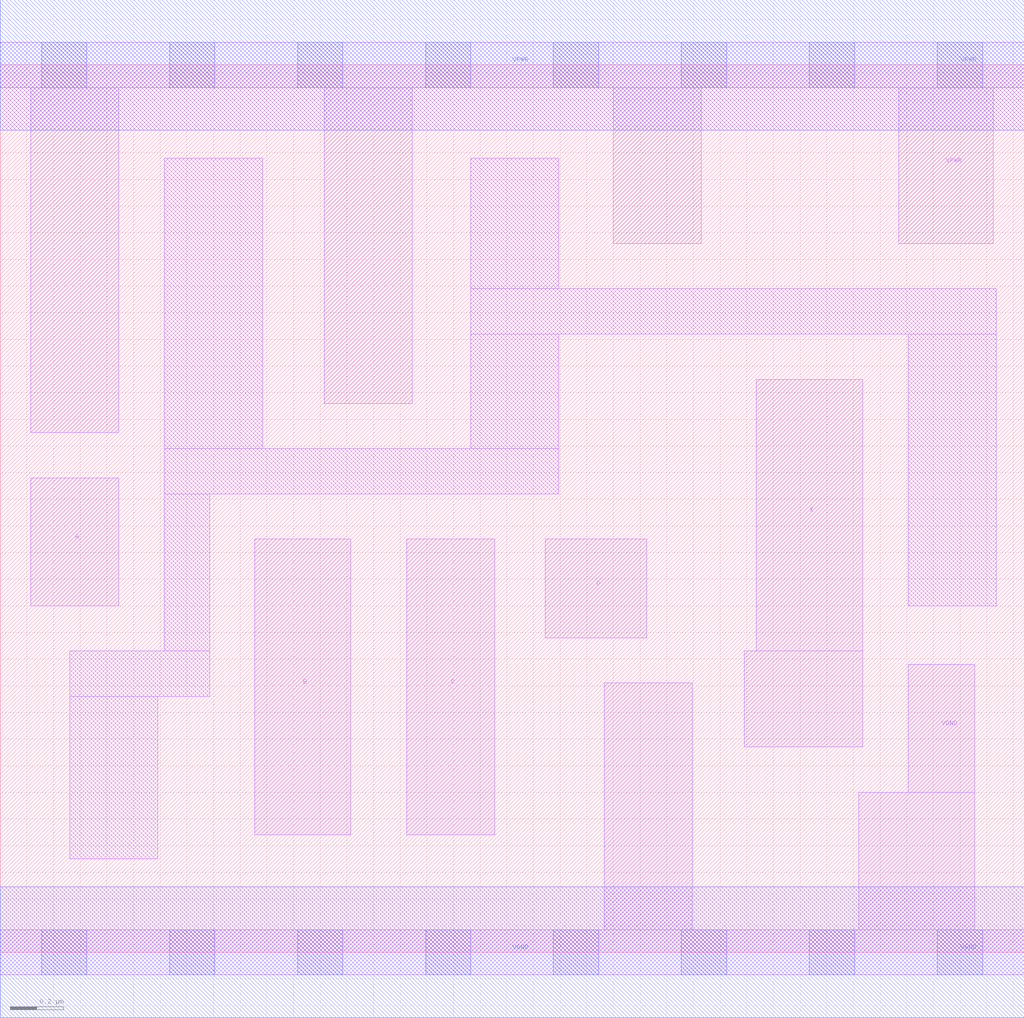
<source format=lef>
# Copyright 2020 The SkyWater PDK Authors
#
# Licensed under the Apache License, Version 2.0 (the "License");
# you may not use this file except in compliance with the License.
# You may obtain a copy of the License at
#
#     https://www.apache.org/licenses/LICENSE-2.0
#
# Unless required by applicable law or agreed to in writing, software
# distributed under the License is distributed on an "AS IS" BASIS,
# WITHOUT WARRANTIES OR CONDITIONS OF ANY KIND, either express or implied.
# See the License for the specific language governing permissions and
# limitations under the License.
#
# SPDX-License-Identifier: Apache-2.0

VERSION 5.7 ;
  NAMESCASESENSITIVE ON ;
  NOWIREEXTENSIONATPIN ON ;
  DIVIDERCHAR "/" ;
  BUSBITCHARS "[]" ;
UNITS
  DATABASE MICRONS 200 ;
END UNITS
MACRO sky130_fd_sc_ls__and4_2
  CLASS CORE ;
  SOURCE USER ;
  FOREIGN sky130_fd_sc_ls__and4_2 ;
  ORIGIN  0.000000  0.000000 ;
  SIZE  3.840000 BY  3.330000 ;
  SYMMETRY X Y ;
  SITE unit ;
  PIN A
    ANTENNAGATEAREA  0.261000 ;
    DIRECTION INPUT ;
    USE SIGNAL ;
    PORT
      LAYER li1 ;
        RECT 0.115000 1.300000 0.445000 1.780000 ;
    END
  END A
  PIN B
    ANTENNAGATEAREA  0.261000 ;
    DIRECTION INPUT ;
    USE SIGNAL ;
    PORT
      LAYER li1 ;
        RECT 0.955000 0.440000 1.315000 1.550000 ;
    END
  END B
  PIN C
    ANTENNAGATEAREA  0.261000 ;
    DIRECTION INPUT ;
    USE SIGNAL ;
    PORT
      LAYER li1 ;
        RECT 1.525000 0.440000 1.855000 1.550000 ;
    END
  END C
  PIN D
    ANTENNAGATEAREA  0.261000 ;
    DIRECTION INPUT ;
    USE SIGNAL ;
    PORT
      LAYER li1 ;
        RECT 2.045000 1.180000 2.425000 1.550000 ;
    END
  END D
  PIN X
    ANTENNADIFFAREA  0.543200 ;
    DIRECTION OUTPUT ;
    USE SIGNAL ;
    PORT
      LAYER li1 ;
        RECT 2.790000 0.770000 3.235000 1.130000 ;
        RECT 2.835000 1.130000 3.235000 2.150000 ;
    END
  END X
  PIN VGND
    DIRECTION INOUT ;
    SHAPE ABUTMENT ;
    USE GROUND ;
    PORT
      LAYER li1 ;
        RECT 0.000000 -0.085000 3.840000 0.085000 ;
        RECT 2.265000  0.085000 2.595000 1.010000 ;
        RECT 3.220000  0.085000 3.655000 0.600000 ;
        RECT 3.405000  0.600000 3.655000 1.080000 ;
      LAYER mcon ;
        RECT 0.155000 -0.085000 0.325000 0.085000 ;
        RECT 0.635000 -0.085000 0.805000 0.085000 ;
        RECT 1.115000 -0.085000 1.285000 0.085000 ;
        RECT 1.595000 -0.085000 1.765000 0.085000 ;
        RECT 2.075000 -0.085000 2.245000 0.085000 ;
        RECT 2.555000 -0.085000 2.725000 0.085000 ;
        RECT 3.035000 -0.085000 3.205000 0.085000 ;
        RECT 3.515000 -0.085000 3.685000 0.085000 ;
      LAYER met1 ;
        RECT 0.000000 -0.245000 3.840000 0.245000 ;
    END
  END VGND
  PIN VPWR
    DIRECTION INOUT ;
    SHAPE ABUTMENT ;
    USE POWER ;
    PORT
      LAYER li1 ;
        RECT 0.000000 3.245000 3.840000 3.415000 ;
        RECT 0.115000 1.950000 0.445000 3.245000 ;
        RECT 1.215000 2.060000 1.545000 3.245000 ;
        RECT 2.300000 2.660000 2.630000 3.245000 ;
        RECT 3.370000 2.660000 3.725000 3.245000 ;
      LAYER mcon ;
        RECT 0.155000 3.245000 0.325000 3.415000 ;
        RECT 0.635000 3.245000 0.805000 3.415000 ;
        RECT 1.115000 3.245000 1.285000 3.415000 ;
        RECT 1.595000 3.245000 1.765000 3.415000 ;
        RECT 2.075000 3.245000 2.245000 3.415000 ;
        RECT 2.555000 3.245000 2.725000 3.415000 ;
        RECT 3.035000 3.245000 3.205000 3.415000 ;
        RECT 3.515000 3.245000 3.685000 3.415000 ;
      LAYER met1 ;
        RECT 0.000000 3.085000 3.840000 3.575000 ;
    END
  END VPWR
  OBS
    LAYER li1 ;
      RECT 0.260000 0.350000 0.590000 0.960000 ;
      RECT 0.260000 0.960000 0.785000 1.130000 ;
      RECT 0.615000 1.130000 0.785000 1.720000 ;
      RECT 0.615000 1.720000 2.095000 1.890000 ;
      RECT 0.615000 1.890000 0.985000 2.980000 ;
      RECT 1.765000 1.890000 2.095000 2.320000 ;
      RECT 1.765000 2.320000 3.735000 2.490000 ;
      RECT 1.765000 2.490000 2.095000 2.980000 ;
      RECT 3.405000 1.300000 3.735000 2.320000 ;
  END
END sky130_fd_sc_ls__and4_2

</source>
